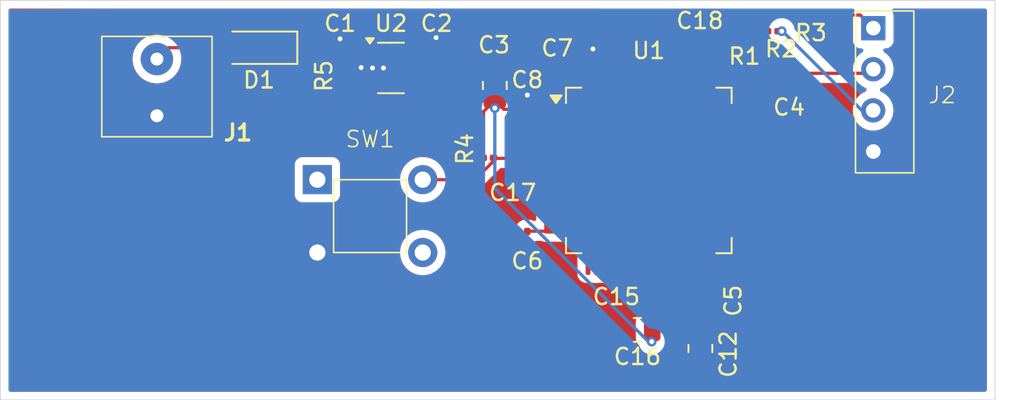
<source format=kicad_pcb>
(kicad_pcb (version 20241229) (generator "pcbnew") (generator_version "9.0")
  (layers (0 "F.Cu" signal) (2 "B.Cu" signal) (13 "F.Paste" user) (15 "B.Paste" user) (5 "F.SilkS" user "F.Silkscreen") (7 "B.SilkS" user "B.Silkscreen") (1 "F.Mask" user) (3 "B.Mask" user) (25 "Edge.Cuts" user))
  (net 0 "")
  (net 1 "Net-(D1-K)")
  (net 2 "GND")
  (net 3 "3.3V")
  (net 4 "3.3VA")
  (net 5 "RESET")
  (net 6 "Net-(U1-PA14)")
  (net 7 "Net-(D1-A)")
  (net 8 "Net-(J2-Pad2)")
  (net 9 "Net-(J2-Pad1)")
  (net 10 "Net-(J2-Pad3)")
  (net 11 "Net-(U1-PA13)")
  (net 12 "Net-(U2-EN)")
  (footprint "Resistor_SMD:R_0201_0603Metric" (layer "F.Cu") (at 65.35 53.75 90)
    (property "Reference" "C1" (at 1.5 0 0) (layer "F.SilkS"))
    (property "Value" "0.33uF" (hide yes))
    (pad "1" smd roundrect (at -0.32 0 90) (size 0.46 0.4) (layers "F.Cu" "F.Mask") (net 1 "Net-(D1-K)"))
    (pad "2" smd roundrect (at 0.32 0 90) (size 0.46 0.4) (layers "F.Cu" "F.Mask") (net 2 "GND"))
  )
  (footprint "Resistor_SMD:R_0201_0603Metric" (layer "F.Cu") (at 71.3 53.68 90)
    (property "Reference" "C2" (at 1.43 0 180) (layer "F.SilkS"))
    (property "Value" "0.1uF")
    (pad "1" smd roundrect (at -0.32 0 90) (size 0.46 0.4) (layers "F.Cu" "F.Mask") (net 3 "3.3V"))
    (pad "2" smd roundrect (at 0.32 0 90) (size 0.46 0.4) (layers "F.Cu" "F.Mask") (net 2 "GND"))
  )
  (footprint "Resistor_SMD:R_0201_0603Metric" (layer "F.Cu") (at 76.895588 57.234412 90)
    (property "Reference" "C8" (at 1.5 0 0) (layer "F.SilkS"))
    (property "Value" "0.1uF" (hide yes))
    (pad "1" smd roundrect (at -0.32 0 90) (size 0.46 0.4) (layers "F.Cu" "F.Mask") (net 3 "3.3V"))
    (pad "2" smd roundrect (at 0.32 0 90) (size 0.46 0.4) (layers "F.Cu" "F.Mask") (net 2 "GND"))
  )
  (footprint "Resistor_SMD:R_0201_0603Metric" (layer "F.Cu") (at 84.595588 69.279412 180)
    (property "Reference" "C15" (at 2.2 0.15 0) (layer "F.SilkS"))
    (property "Value" "0.1uF")
    (pad "1" smd roundrect (at -0.32 0 180) (size 0.46 0.4) (layers "F.Cu" "F.Mask") (net 3 "3.3V"))
    (pad "2" smd roundrect (at 0.32 0 180) (size 0.46 0.4) (layers "F.Cu" "F.Mask") (net 2 "GND"))
  )
  (footprint "Resistor_SMD:R_0201_0603Metric" (layer "F.Cu") (at 90.295588 55.329412)
    (property "Reference" "R1" (at 0 -1.05 0) (layer "F.SilkS"))
    (property "Value" "100")
    (pad "1" smd roundrect (at -0.32 0) (size 0.46 0.4) (layers "F.Cu" "F.Mask") (net 11 "Net-(U1-PA13)"))
    (pad "2" smd roundrect (at 0.32 0) (size 0.46 0.4) (layers "F.Cu" "F.Mask") (net 8 "Net-(J2-Pad2)"))
  )
  (footprint "Resistor_SMD:R_0805_2012Metric" (layer "F.Cu") (at 87.575588 72.329412 -90)
    (property "Reference" "C12" (at 0.35 -1.72 270) (layer "F.SilkS"))
    (property "Value" "1uF")
    (fp_line (start -0.227064 0.735) (end 0.227064 0.735) (stroke (width 0.12)) (layer "F.SilkS"))
    (fp_line (start -0.227064 -0.735) (end 0.227064 -0.735) (stroke (width 0.12)) (layer "F.SilkS"))
    (pad "1" smd roundrect (at -0.9125 0 270) (size 1.025 1.4) (layers "F.Cu" "F.Mask" "F.Paste") (roundrect_rratio 0.243902) (net 4 "3.3VA"))
    (pad "2" smd roundrect (at 0.9125 0 270) (size 1.025 1.4) (layers "F.Cu" "F.Mask" "F.Paste") (roundrect_rratio 0.243902) (net 2 "GND"))
  )
  (footprint "Package_TO_SOT_SMD:SOT-23-5" (layer "F.Cu") (at 68.4875 55)
    (property "Reference" "U2" (at 0 -2.75 0) (layer "F.SilkS"))
    (property "Value" "~")
    (fp_line (start 0 -1.56) (end -0.8 -1.56) (stroke (width 0.12)) (layer "F.SilkS"))
    (fp_line (start 0 -1.56) (end 0.8 -1.56) (stroke (width 0.12)) (layer "F.SilkS"))
    (fp_line (start 0 1.56) (end -0.8 1.56) (stroke (width 0.12)) (layer "F.SilkS"))
    (fp_line (start 0 1.56) (end 0.8 1.56) (stroke (width 0.12)) (layer "F.SilkS"))
    (fp_poly (pts (xy -1.3 -1.51) (xy -1.54 -1.84) (xy -1.06 -1.84) (xy -1.3 -1.51)) (stroke (width 0.12)) (fill yes) (layer "F.SilkS"))
    (pad "1" smd roundrect (at -1.1375 -0.95) (size 1.325 0.6) (layers "F.Cu" "F.Mask" "F.Paste") (net 1 "Net-(D1-K)"))
    (pad "2" smd roundrect (at -1.1375 0) (size 1.325 0.6) (layers "F.Cu" "F.Mask" "F.Paste") (net 2 "GND"))
    (pad "3" smd roundrect (at -1.1375 0.95) (size 1.325 0.6) (layers "F.Cu" "F.Mask" "F.Paste") (net 12 "Net-(U2-EN)"))
    (pad "4" smd roundrect (at 1.1375 0.95) (size 1.325 0.6) (layers "F.Cu" "F.Mask" "F.Paste"))
    (pad "5" smd roundrect (at 1.1375 -0.95) (size 1.325 0.6) (layers "F.Cu" "F.Mask" "F.Paste") (net 3 "3.3V"))
  )
  (footprint "Resistor_SMD:R_0201_0603Metric" (layer "F.Cu") (at 87.575588 69.379412 90)
    (property "Reference" "FB1" (hide yes))
    (property "Value" "600Ом 100Мгц" (hide yes))
    (pad "1" smd roundrect (at -0.32 0 90) (size 0.46 0.4) (layers "F.Cu" "F.Mask") (net 4 "3.3VA"))
    (pad "2" smd roundrect (at 0.32 0 90) (size 0.46 0.4) (layers "F.Cu" "F.Mask") (net 3 "3.3V"))
  )
  (footprint "Resistor_SMD:R_0201_0603Metric" (layer "F.Cu") (at 88.495588 69.379412 -90)
    (property "Reference" "C5" (at 0 -1.1 270) (layer "F.SilkS"))
    (property "Value" "0.1uF" (hide yes))
    (pad "1" smd roundrect (at -0.32 0 270) (size 0.46 0.4) (layers "F.Cu" "F.Mask") (net 3 "3.3V"))
    (pad "2" smd roundrect (at 0.32 0 270) (size 0.46 0.4) (layers "F.Cu" "F.Mask") (net 2 "GND"))
  )
  (footprint "Resistor_SMD:R_0201_0603Metric" (layer "F.Cu") (at 91.645588 57.329412 90)
    (property "Reference" "C4" (at -0.1 1.4 180) (layer "F.SilkS"))
    (property "Value" "0.1uF" (hide yes))
    (pad "1" smd roundrect (at -0.32 0 90) (size 0.46 0.4) (layers "F.Cu" "F.Mask") (net 3 "3.3V"))
    (pad "2" smd roundrect (at 0.32 0 90) (size 0.46 0.4) (layers "F.Cu" "F.Mask") (net 2 "GND"))
  )
  (footprint "Resistor_SMD:R_0805_2012Metric" (layer "F.Cu") (at 74.895588 56.079412 90)
    (property "Reference" "C3" (at 2.5 -0.05 180) (layer "F.SilkS"))
    (property "Value" "4.7uF" (hide yes))
    (fp_line (start -0.227064 -0.735) (end 0.227064 -0.735) (stroke (width 0.12)) (layer "F.SilkS"))
    (fp_line (start -0.227064 0.735) (end 0.227064 0.735) (stroke (width 0.12)) (layer "F.SilkS"))
    (pad "1" smd roundrect (at -0.9125 0 90) (size 1.025 1.4) (layers "F.Cu" "F.Mask" "F.Paste") (roundrect_rratio 0.243902) (net 3 "3.3V"))
    (pad "2" smd roundrect (at 0.9125 0 90) (size 1.025 1.4) (layers "F.Cu" "F.Mask" "F.Paste") (roundrect_rratio 0.243902) (net 2 "GND"))
  )
  (footprint "Resistor_SMD:R_0201_0603Metric" (layer "F.Cu") (at 65.35 55.5 -90)
    (property "Reference" "R5" (at 0 1 90) (layer "F.SilkS"))
    (property "Value" "10k")
    (pad "1" smd roundrect (at -0.32 0 270) (size 0.46 0.4) (layers "F.Cu" "F.Mask") (net 1 "Net-(D1-K)"))
    (pad "2" smd roundrect (at 0.32 0 270) (size 0.46 0.4) (layers "F.Cu" "F.Mask") (net 12 "Net-(U2-EN)"))
  )
  (footprint "My_lib2:0650HIM-130G-G" (layer "F.Cu") (at 67.2 64.15)
    (property "Reference" "SW1" (at 0 -4.75 0) (layer "F.SilkS") (effects (font (thickness 0.1))))
    (property "Value" "SW_Push" (hide yes))
    (fp_rect (start -2.25 -2.25) (end 2.25 2.25) (stroke (width 0.1)) (fill no) (layer "F.SilkS"))
    (pad "1" thru_hole rect (at -3.25 -2.25) (size 1.8 1.8) (drill 1) (layers "*.Cu" "*.Mask"))
    (pad "2" thru_hole circle (at 3.25 -2.25) (size 1.8 1.8) (drill 1) (layers "*.Cu" "*.Mask") (net 5 "RESET"))
    (pad "3" thru_hole circle (at -3.25 2.25) (size 1.8 1.8) (drill 1) (layers "*.Cu" "*.Mask") (net 2 "GND"))
    (pad "4" thru_hole circle (at 3.25 2.25) (size 1.8 1.8) (drill 1) (layers "*.Cu" "*.Mask"))
  )
  (footprint "Resistor_SMD:R_0805_2012Metric" (layer "F.Cu") (at 83.695588 71.179412 180)
    (property "Reference" "C16" (at 0 -1.65 0) (layer "F.SilkS"))
    (property "Value" "1uF")
    (fp_line (start -0.227064 0.735) (end 0.227064 0.735) (stroke (width 0.12)) (layer "F.SilkS"))
    (fp_line (start -0.227064 -0.735) (end 0.227064 -0.735) (stroke (width 0.12)) (layer "F.SilkS"))
    (pad "1" smd roundrect (at -0.9125 0 180) (size 1.025 1.4) (layers "F.Cu" "F.Mask" "F.Paste") (roundrect_rratio 0.243902) (net 3 "3.3V"))
    (pad "2" smd roundrect (at 0.9125 0 180) (size 1.025 1.4) (layers "F.Cu" "F.Mask" "F.Paste") (roundrect_rratio 0.243902) (net 2 "GND"))
  )
  (footprint "Resistor_SMD:R_0201_0603Metric" (layer "F.Cu") (at 74.5 60.55 180)
    (property "Reference" "R4" (at 1.45 0.55 90) (layer "F.SilkS"))
    (property "Value" "10k" (hide yes))
    (pad "1" smd roundrect (at -0.32 0 180) (size 0.46 0.4) (layers "F.Cu" "F.Mask") (net 5 "RESET"))
    (pad "2" smd roundrect (at 0.32 0 180) (size 0.46 0.4) (layers "F.Cu" "F.Mask") (net 3 "3.3V"))
  )
  (footprint "Resistor_SMD:R_0201_0603Metric" (layer "F.Cu") (at 92.045588 52.729412)
    (property "Reference" "R2" (at 0.5 1.1 0) (layer "F.SilkS"))
    (property "Value" "100" (hide yes))
    (pad "1" smd roundrect (at -0.32 0) (size 0.46 0.4) (layers "F.Cu" "F.Mask") (net 6 "Net-(U1-PA14)"))
    (pad "2" smd roundrect (at 0.32 0) (size 0.46 0.4) (layers "F.Cu" "F.Mask") (net 10 "Net-(J2-Pad3)"))
  )
  (footprint "Resistor_SMD:R_0201_0603Metric" (layer "F.Cu") (at 87.645588 53.429412 90)
    (property "Reference" "C18" (at 1.35 -0.1 180) (layer "F.SilkS"))
    (property "Value" "47pF" (hide yes))
    (pad "1" smd roundrect (at -0.32 0 90) (size 0.46 0.4) (layers "F.Cu" "F.Mask") (net 6 "Net-(U1-PA14)"))
    (pad "2" smd roundrect (at 0.32 0 90) (size 0.46 0.4) (layers "F.Cu" "F.Mask") (net 2 "GND"))
  )
  (footprint "My_lib2:J - W04M" (layer "F.Cu") (at 100.745588 56.479412 -90)
    (property "Reference" "J2" (at 0.2 -1.75 0) (layer "F.SilkS") (effects (font (thickness 0.1))))
    (property "Value" "~" (hide yes))
    (fp_rect (start -5 0) (end 5 3.6) (stroke (width 0.1)) (fill no) (layer "F.SilkS"))
    (pad "1" thru_hole rect (at -3.94 2.5 270) (size 1.5 1.5) (drill 0.9) (layers "*.Cu" "*.Mask") (net 9 "Net-(J2-Pad1)"))
    (pad "2" thru_hole circle (at -1.4 2.5 270) (size 1.5 1.5) (drill 0.9) (layers "*.Cu" "*.Mask") (net 8 "Net-(J2-Pad2)"))
    (pad "3" thru_hole circle (at 1.14 2.511693 270) (size 1.5 1.5) (drill 0.9) (layers "*.Cu" "*.Mask") (net 10 "Net-(J2-Pad3)"))
    (pad "4" thru_hole circle (at 3.68 2.5 270) (size 1.5 1.5) (drill 0.9) (layers "*.Cu" "*.Mask") (net 2 "GND"))
  )
  (footprint "Resistor_SMD:R_0201_0603Metric" (layer "F.Cu") (at 80.395588 53.829412)
    (property "Reference" "C7" (at -1.65 -0.05 0) (layer "F.SilkS"))
    (property "Value" "0.1uF" (hide yes))
    (pad "1" smd roundrect (at -0.32 0) (size 0.46 0.4) (layers "F.Cu" "F.Mask") (net 3 "3.3V"))
    (pad "2" smd roundrect (at 0.32 0) (size 0.46 0.4) (layers "F.Cu" "F.Mask") (net 2 "GND"))
  )
  (footprint "Resistor_SMD:R_0201_0603Metric" (layer "F.Cu") (at 76.6 60.9 -90)
    (property "Reference" "C17" (at 1.8 0.6 0) (layer "F.SilkS"))
    (property "Value" "0.1uF" (hide yes))
    (pad "1" smd roundrect (at -0.32 0 270) (size 0.46 0.4) (layers "F.Cu" "F.Mask") (net 5 "RESET"))
    (pad "2" smd roundrect (at 0.32 0 270) (size 0.46 0.4) (layers "F.Cu" "F.Mask") (net 2 "GND"))
  )
  (footprint "Resistor_SMD:R_0201_0603Metric" (layer "F.Cu") (at 76.895588 65.424412 -90)
    (property "Reference" "C6" (at 1.5 0 180) (layer "F.SilkS"))
    (property "Value" "0.1uF" (hide yes))
    (pad "1" smd roundrect (at -0.32 0 270) (size 0.46 0.4) (layers "F.Cu" "F.Mask") (net 3 "3.3V"))
    (pad "2" smd roundrect (at 0.32 0 270) (size 0.46 0.4) (layers "F.Cu" "F.Mask") (net 2 "GND"))
  )
  (footprint "Package_QFP:LQFP-64_10x10mm_P0.5mm" (layer "F.Cu") (at 84.395588 61.329412)
    (property "Reference" "U1" (at 0 -7.4 0) (layer "F.SilkS"))
    (property "Value" "STM32G473RETx" (hide yes))
    (fp_line (start -5.11 -5.11) (end -5.11 -4.16) (stroke (width 0.12)) (layer "F.SilkS"))
    (fp_line (start -5.11 5.11) (end -5.11 4.16) (stroke (width 0.12)) (layer "F.SilkS"))
    (fp_line (start -4.16 -5.11) (end -5.11 -5.11) (stroke (width 0.12)) (layer "F.SilkS"))
    (fp_line (start -4.16 5.11) (end -5.11 5.11) (stroke (width 0.12)) (layer "F.SilkS"))
    (fp_line (start 4.16 -5.11) (end 5.11 -5.11) (stroke (width 0.12)) (layer "F.SilkS"))
    (fp_line (start 4.16 5.11) (end 5.11 5.11) (stroke (width 0.12)) (layer "F.SilkS"))
    (fp_line (start 5.11 -5.11) (end 5.11 -4.16) (stroke (width 0.12)) (layer "F.SilkS"))
    (fp_line (start 5.11 5.11) (end 5.11 4.16) (stroke (width 0.12)) (layer "F.SilkS"))
    (fp_poly (pts (xy -5.725 -4.16) (xy -6.065 -4.63) (xy -5.385 -4.63) (xy -5.725 -4.16)) (stroke (width 0.12)) (fill yes) (layer "F.SilkS"))
    (pad "1" smd roundrect (at -5.675 -3.75) (size 1.55 0.3) (layers "F.Cu" "F.Mask" "F.Paste") (net 3 "3.3V"))
    (pad "2" smd roundrect (at -5.675 -3.25) (size 1.55 0.3) (layers "F.Cu" "F.Mask" "F.Paste"))
    (pad "3" smd roundrect (at -5.675 -2.75) (size 1.55 0.3) (layers "F.Cu" "F.Mask" "F.Paste"))
    (pad "4" smd roundrect (at -5.675 -2.25) (size 1.55 0.3) (layers "F.Cu" "F.Mask" "F.Paste"))
    (pad "5" smd roundrect (at -5.675 -1.75) (size 1.55 0.3) (layers "F.Cu" "F.Mask" "F.Paste"))
    (pad "6" smd roundrect (at -5.675 -1.25) (size 1.55 0.3) (layers "F.Cu" "F.Mask" "F.Paste"))
    (pad "7" smd roundrect (at -5.675 -0.75) (size 1.55 0.3) (layers "F.Cu" "F.Mask" "F.Paste") (net 5 "RESET"))
    (pad "8" smd roundrect (at -5.675 -0.25) (size 1.55 0.3) (layers "F.Cu" "F.Mask" "F.Paste"))
    (pad "9" smd roundrect (at -5.675 0.25) (size 1.55 0.3) (layers "F.Cu" "F.Mask" "F.Paste"))
    (pad "10" smd roundrect (at -5.675 0.75) (size 1.55 0.3) (layers "F.Cu" "F.Mask" "F.Paste"))
    (pad "11" smd roundrect (at -5.675 1.25) (size 1.55 0.3) (layers "F.Cu" "F.Mask" "F.Paste"))
    (pad "12" smd roundrect (at -5.675 1.75) (size 1.55 0.3) (layers "F.Cu" "F.Mask" "F.Paste"))
    (pad "13" smd roundrect (at -5.675 2.25) (size 1.55 0.3) (layers "F.Cu" "F.Mask" "F.Paste"))
    (pad "14" smd roundrect (at -5.675 2.75) (size 1.55 0.3) (layers "F.Cu" "F.Mask" "F.Paste"))
    (pad "15" smd roundrect (at -5.675 3.25) (size 1.55 0.3) (layers "F.Cu" "F.Mask" "F.Paste") (net 3 "3.3V"))
    (pad "16" smd roundrect (at -5.675 3.75) (size 1.55 0.3) (layers "F.Cu" "F.Mask" "F.Paste") (net 3 "3.3V"))
    (pad "17" smd roundrect (at -3.75 5.675) (size 0.3 1.55) (layers "F.Cu" "F.Mask" "F.Paste"))
    (pad "18" smd roundrect (at -3.25 5.675) (size 0.3 1.55) (layers "F.Cu" "F.Mask" "F.Paste"))
    (pad "19" smd roundrect (at -2.75 5.675) (size 0.3 1.55) (layers "F.Cu" "F.Mask" "F.Paste"))
    (pad "20" smd roundrect (at -2.25 5.675) (size 0.3 1.55) (layers "F.Cu" "F.Mask" "F.Paste"))
    (pad "21" smd roundrect (at -1.75 5.675) (size 0.3 1.55) (layers "F.Cu" "F.Mask" "F.Paste"))
    (pad "22" smd roundrect (at -1.25 5.675) (size 0.3 1.55) (layers "F.Cu" "F.Mask" "F.Paste"))
    (pad "23" smd roundrect (at -0.75 5.675) (size 0.3 1.55) (layers "F.Cu" "F.Mask" "F.Paste"))
    (pad "24" smd roundrect (at -0.25 5.675) (size 0.3 1.55) (layers "F.Cu" "F.Mask" "F.Paste"))
    (pad "25" smd roundrect (at 0.25 5.675) (size 0.3 1.55) (layers "F.Cu" "F.Mask" "F.Paste"))
    (pad "26" smd roundrect (at 0.75 5.675) (size 0.3 1.55) (layers "F.Cu" "F.Mask" "F.Paste"))
    (pad "27" smd roundrect (at 1.25 5.675) (size 0.3 1.55) (layers "F.Cu" "F.Mask" "F.Paste") (net 2 "GND"))
    (pad "28" smd roundrect (at 1.75 5.675) (size 0.3 1.55) (layers "F.Cu" "F.Mask" "F.Paste") (net 3 "3.3V"))
    (pad "29" smd roundrect (at 2.25 5.675) (size 0.3 1.55) (layers "F.Cu" "F.Mask" "F.Paste") (net 4 "3.3VA"))
    (pad "30" smd roundrect (at 2.75 5.675) (size 0.3 1.55) (layers "F.Cu" "F.Mask" "F.Paste"))
    (pad "31" smd roundrect (at 3.25 5.675) (size 0.3 1.55) (layers "F.Cu" "F.Mask" "F.Paste") (net 3 "3.3V"))
    (pad "32" smd roundrect (at 3.75 5.675) (size 0.3 1.55) (layers "F.Cu" "F.Mask" "F.Paste") (net 3 "3.3V"))
    (pad "33" smd roundrect (at 5.675 3.75) (size 1.55 0.3) (layers "F.Cu" "F.Mask" "F.Paste"))
    (pad "34" smd roundrect (at 5.675 3.25) (size 1.55 0.3) (layers "F.Cu" "F.Mask" "F.Paste"))
    (pad "35" smd roundrect (at 5.675 2.75) (size 1.55 0.3) (layers "F.Cu" "F.Mask" "F.Paste"))
    (pad "36" smd roundrect (at 5.675 2.25) (size 1.55 0.3) (layers "F.Cu" "F.Mask" "F.Paste"))
    (pad "37" smd roundrect (at 5.675 1.75) (size 1.55 0.3) (layers "F.Cu" "F.Mask" "F.Paste"))
    (pad "38" smd roundrect (at 5.675 1.25) (size 1.55 0.3) (layers "F.Cu" "F.Mask" "F.Paste"))
    (pad "39" smd roundrect (at 5.675 0.75) (size 1.55 0.3) (layers "F.Cu" "F.Mask" "F.Paste"))
    (pad "40" smd roundrect (at 5.675 0.25) (size 1.55 0.3) (layers "F.Cu" "F.Mask" "F.Paste"))
    (pad "41" smd roundrect (at 5.675 -0.25) (size 1.55 0.3) (layers "F.Cu" "F.Mask" "F.Paste"))
    (pad "42" smd roundrect (at 5.675 -0.75) (size 1.55 0.3) (layers "F.Cu" "F.Mask" "F.Paste"))
    (pad "43" smd roundrect (at 5.675 -1.25) (size 1.55 0.3) (layers "F.Cu" "F.Mask" "F.Paste"))
    (pad "44" smd roundrect (at 5.675 -1.75) (size 1.55 0.3) (layers "F.Cu" "F.Mask" "F.Paste"))
    (pad "45" smd roundrect (at 5.675 -2.25) (size 1.55 0.3) (layers "F.Cu" "F.Mask" "F.Paste"))
    (pad "46" smd roundrect (at 5.675 -2.75) (size 1.55 0.3) (layers "F.Cu" "F.Mask" "F.Paste"))
    (pad "47" smd roundrect (at 5.675 -3.25) (size 1.55 0.3) (layers "F.Cu" "F.Mask" "F.Paste") (net 3 "3.3V"))
    (pad "48" smd roundrect (at 5.675 -3.75) (size 1.55 0.3) (layers "F.Cu" "F.Mask" "F.Paste") (net 3 "3.3V"))
    (pad "49" smd roundrect (at 3.75 -5.675) (size 0.3 1.55) (layers "F.Cu" "F.Mask" "F.Paste") (net 11 "Net-(U1-PA13)"))
    (pad "50" smd roundrect (at 3.25 -5.675) (size 0.3 1.55) (layers "F.Cu" "F.Mask" "F.Paste") (net 6 "Net-(U1-PA14)"))
    (pad "51" smd roundrect (at 2.75 -5.675) (size 0.3 1.55) (layers "F.Cu" "F.Mask" "F.Paste"))
    (pad "52" smd roundrect (at 2.25 -5.675) (size 0.3 1.55) (layers "F.Cu" "F.Mask" "F.Paste"))
    (pad "53" smd roundrect (at 1.75 -5.675) (size 0.3 1.55) (layers "F.Cu" "F.Mask" "F.Paste"))
    (pad "54" smd roundrect (at 1.25 -5.675) (size 0.3 1.55) (layers "F.Cu" "F.Mask" "F.Paste"))
    (pad "55" smd roundrect (at 0.75 -5.675) (size 0.3 1.55) (layers "F.Cu" "F.Mask" "F.Paste"))
    (pad "56" smd roundrect (at 0.25 -5.675) (size 0.3 1.55) (layers "F.Cu" "F.Mask" "F.Paste"))
    (pad "57" smd roundrect (at -0.25 -5.675) (size 0.3 1.55) (layers "F.Cu" "F.Mask" "F.Paste"))
    (pad "58" smd roundrect (at -0.75 -5.675) (size 0.3 1.55) (layers "F.Cu" "F.Mask" "F.Paste"))
    (pad "59" smd roundrect (at -1.25 -5.675) (size 0.3 1.55) (layers "F.Cu" "F.Mask" "F.Paste"))
    (pad "60" smd roundrect (at -1.75 -5.675) (size 0.3 1.55) (layers "F.Cu" "F.Mask" "F.Paste"))
    (pad "61" smd roundrect (at -2.25 -5.675) (size 0.3 1.55) (layers "F.Cu" "F.Mask" "F.Paste"))
    (pad "62" smd roundrect (at -2.75 -5.675) (size 0.3 1.55) (layers "F.Cu" "F.Mask" "F.Paste"))
    (pad "63" smd roundrect (at -3.25 -5.675) (size 0.3 1.55) (layers "F.Cu" "F.Mask" "F.Paste") (net 3 "3.3V"))
    (pad "64" smd roundrect (at -3.75 -5.675) (size 0.3 1.55) (layers "F.Cu" "F.Mask" "F.Paste") (net 3 "3.3V"))
  )
  (footprint "My_lib2:TB-09A" (layer "F.Cu") (at 54.05 56.25 90)
    (property "Reference" "J1" (at -2.75 5 0) (layer "F.SilkS") (effects (font (thickness 0.2) (bold yes))))
    (property "Value" "~")
    (fp_rect (start -3 -3.4) (end 3.2 3.4) (stroke (width 0.1)) (fill no) (layer "F.SilkS"))
    (pad "1" thru_hole circle (at -1.7 0 90) (size 2 2) (drill 0.8) (layers "*.Cu" "*.Mask") (net 2 "GND"))
    (pad "2" thru_hole circle (at 1.8 0 90) (size 2 2) (drill 0.8) (layers "*.Cu" "*.Mask") (net 7 "Net-(D1-A)"))
  )
  (footprint "Resistor_SMD:R_0201_0603Metric" (layer "F.Cu") (at 86.325588 69.279412 180)
    (property "Reference" "C11" (hide yes))
    (property "Value" "0.1uF" (hide yes))
    (pad "1" smd roundrect (at -0.32 0 180) (size 0.46 0.4) (layers "F.Cu" "F.Mask") (net 4 "3.3VA"))
    (pad "2" smd roundrect (at 0.32 0 180) (size 0.46 0.4) (layers "F.Cu" "F.Mask") (net 2 "GND"))
  )
  (footprint "Resistor_SMD:R_0201_0603Metric" (layer "F.Cu") (at 93.845588 51.729412 180)
    (property "Reference" "R3" (at -0.55 -1.1 0) (layer "F.SilkS"))
    (property "Value" "1k" (hide yes))
    (pad "1" smd roundrect (at -0.32 0 180) (size 0.46 0.4) (layers "F.Cu" "F.Mask") (net 9 "Net-(J2-Pad1)"))
    (pad "2" smd roundrect (at 0.32 0 180) (size 0.46 0.4) (layers "F.Cu" "F.Mask") (net 3 "3.3V"))
  )
  (footprint "Diode_SMD:D_SOD-123" (layer "F.Cu") (at 60.35 53.75 180)
    (property "Reference" "D1" (at 0 -2 0) (layer "F.SilkS"))
    (property "Value" "~")
    (fp_line (start -2.36 1) (end 1.65 1) (stroke (width 0.12)) (layer "F.SilkS"))
    (fp_line (start -2.36 -1) (end 1.65 -1) (stroke (width 0.12)) (layer "F.SilkS"))
    (fp_line (start -2.36 -1) (end -2.36 1) (stroke (width 0.12)) (layer "F.SilkS"))
    (pad "1" smd roundrect (at -1.65 0 180) (size 0.9 1.2) (layers "F.Cu" "F.Mask" "F.Paste") (net 1 "Net-(D1-K)"))
    (pad "2" smd roundrect (at 1.65 0 180) (size 0.9 1.2) (layers "F.Cu" "F.Mask" "F.Paste") (net 7 "Net-(D1-A)"))
  )
  (gr_poly (pts (xy 80.645588 54.979412) (xy 81.145588 54.979412) (xy 81.145588 56.329412) (xy 80.645588 56.329412)) (stroke (width 0.2)) (fill yes) (layer "F.Cu") (net 3))
  (gr_poly (pts (xy 74.35 55.525) (xy 75.425 55.525) (xy 75.425 54.175) (xy 74.35 54.2)) (stroke (width 0.2)) (fill yes) (layer "F.Cu") (net 2))
  (gr_poly (pts (xy 83.799473 69.174996) (xy 84.405588 69.179412) (xy 84.401537 69.37562) (xy 83.799473 69.375542)) (stroke (width 0.2)) (fill yes) (layer "F.Cu") (net 2))
  (gr_poly (pts (xy 88.145588 66.329412) (xy 87.645588 66.329412) (xy 87.645588 67.679412) (xy 88.145588 67.679412)) (stroke (width 0.2)) (fill yes) (layer "F.Cu") (net 3))
  (gr_poly (pts (xy 78.045588 64.579412) (xy 78.045588 65.079412) (xy 79.395588 65.079412) (xy 79.395588 64.579412)) (stroke (width 0.2)) (fill yes) (layer "F.Cu") (net 3))
  (gr_poly (pts (xy 89.395588 57.579412) (xy 89.395588 58.079412) (xy 90.745588 58.079412) (xy 90.745588 57.579412)) (stroke (width 0.2)) (fill yes) (layer "F.Cu") (net 3))
  (gr_poly (pts (xy 85.9 69.25) (xy 86.1 69.25) (xy 86.1 71.05) (xy 85.9 71.05)) (stroke (width 0.2)) (fill yes) (layer "F.Cu") (net 2))
  (gr_rect (start 44.395588 50.829412) (end 105.75 75.5) (stroke (width 0.05)) (fill no) (layer "Edge.Cuts"))
  (segment (start 65.35 54.07) (end 65.35 55.18) (width 0.2) (layer "F.Cu") (net 1))
  (segment (start 65.35 54.07) (end 62.32 54.07) (width 0.2) (layer "F.Cu") (net 1))
  (segment (start 67.33 54.07) (end 67.35 54.05) (width 0.2) (layer "F.Cu") (net 1))
  (segment (start 62.32 54.07) (end 62 53.75) (width 0.2) (layer "F.Cu") (net 1))
  (segment (start 65.35 54.07) (end 67.33 54.07) (width 0.2) (layer "F.Cu") (net 1))
  (segment (start 85.645588 65.745588) (end 85.275 65.375) (width 0.2) (layer "F.Cu") (net 2))
  (segment (start 85.645588 67.004412) (end 85.645588 65.745588) (width 0.2) (layer "F.Cu") (net 2))
  (via (at 65.35 53.2) (size 0.6) (drill 0.3) (layers "F.Cu" "B.Cu") (net 2))
  (via (at 76.9 56.675) (size 0.6) (drill 0.3) (layers "F.Cu" "B.Cu") (net 2))
  (via (at 68.025 55) (size 0.6) (drill 0.3) (layers "F.Cu" "B.Cu") (net 2))
  (via (at 71.275 53.125) (size 0.6) (drill 0.3) (layers "F.Cu" "B.Cu") (net 2))
  (via (at 67.35 55) (size 0.6) (drill 0.3) (layers "F.Cu" "B.Cu") (net 2))
  (via (at 80.95 53.825) (size 0.6) (drill 0.3) (layers "F.Cu" "B.Cu") (net 2))
  (via (at 66.65 54.975) (size 0.6) (drill 0.3) (layers "F.Cu" "B.Cu") (net 2))
  (segment (start 84.7125 62.7625) (end 79.529412 57.579412) (width 0.2) (layer "F.Cu") (net 3))
  (segment (start 75.458088 57.554412) (end 76.895588 57.554412) (width 0.2) (layer "F.Cu") (net 3))
  (segment (start 79.529412 57.579412) (end 78.720588 57.579412) (width 0.2) (layer "F.Cu") (net 3))
  (segment (start 71.35 54) (end 71.3 54) (width 0.2) (layer "F.Cu") (net 3))
  (segment (start 78.058088 53.829412) (end 80.075588 53.829412) (width 0.2) (layer "F.Cu") (net 3))
  (segment (start 90.070588 57.829412) (end 89.511764 57.829412) (width 0.2) (layer "F.Cu") (net 3))
  (segment (start 79.279412 64.829412) (end 78.720588 64.829412) (width 0.2) (layer "F.Cu") (net 3))
  (segment (start 84.915588 69.279412) (end 84.945588 69.279412) (width 0.2) (layer "F.Cu") (net 3))
  (segment (start 88.145588 67.004412) (end 87.895588 67.004412) (width 0.2) (layer "F.Cu") (net 3))
  (segment (start 93.475588 51.679412) (end 82.065718 51.679412) (width 0.2) (layer "F.Cu") (net 3))
  (segment (start 90.070588 58.079412) (end 90.070588 57.829412) (width 0.2) (layer "F.Cu") (net 3))
  (segment (start 87.575588 69.059412) (end 88.495588 69.059412) (width 0.2) (layer "F.Cu") (net 3))
  (segment (start 90.250588 57.649412) (end 90.070588 57.829412) (width 0.2) (layer "F.Cu") (net 3))
  (segment (start 78.720588 64.829412) (end 78.720588 64.579412) (width 0.2) (layer "F.Cu") (net 3))
  (segment (start 81.145588 55.059282) (end 81.145588 55.654412) (width 0.2) (layer "F.Cu") (net 3))
  (segment (start 81.194588 56.203412) (end 81.194588 59.244588) (width 0.2) (layer "F.Cu") (net 3))
  (segment (start 74.895588 56.991912) (end 74.341912 56.991912) (width 0.2) (layer "F.Cu") (net 3))
  (segment (start 71.3 54) (end 69.675 54) (width 0.2) (layer "F.Cu") (net 3))
  (segment (start 84.7125 62.628676) (end 84.7125 62.7625) (width 0.2) (layer "F.Cu") (net 3))
  (segment (start 82.065718 51.679412) (end 80.075588 53.669542) (width 0.2) (layer "F.Cu") (net 3))
  (segment (start 87.895588 67.004412) (end 87.895588 65.945588) (width 0.2) (layer "F.Cu") (net 3))
  (segment (start 76.895588 57.554412) (end 78.695588 57.554412) (width 0.2) (layer "F.Cu") (net 3))
  (segment (start 74.895588 56.991912) (end 78.058088 53.829412) (width 0.2) (layer "F.Cu") (net 3))
  (segment (start 69.675 54) (end 69.625 54.05) (width 0.2) (layer "F.Cu") (net 3))
  (segment (start 84.919088 70.868412) (end 84.919088 69.388412) (width 0.2) (layer "F.Cu") (net 3))
  (segment (start 84.608088 71.179412) (end 84.919088 70.868412) (width 0.2) (layer "F.Cu") (net 3))
  (segment (start 87.920588 67.004412) (end 88.145588 67.004412) (width 0.2) (layer "F.Cu") (net 3))
  (segment (start 74.341912 56.991912) (end 71.35 54) (width 0.2) (layer "F.Cu") (net 3))
  (segment (start 87.895588 65.945588) (end 84.7125 62.7625) (width 0.2) (layer "F.Cu") (net 3))
  (segment (start 80.075588 53.989282) (end 81.145588 55.059282) (width 0.2) (layer "F.Cu") (net 3))
  (segment (start 76.895588 65.009412) (end 76.965588 65.079412) (width 0.2) (layer "F.Cu") (net 3))
  (segment (start 89.511764 57.829412) (end 84.7125 62.628676) (width 0.2) (layer "F.Cu") (net 3))
  (segment (start 80.075588 53.829412) (end 80.075588 53.989282) (width 0.2) (layer "F.Cu") (net 3))
  (segment (start 88.145588 67.254412) (end 88.145588 67.004412) (width 0.2) (layer "F.Cu") (net 3))
  (segment (start 88.495588 67.604412) (end 88.145588 67.254412) (width 0.2) (layer "F.Cu") (net 3))
  (segment (start 84.945588 69.279412) (end 86.145588 68.079412) (width 0.2) (layer "F.Cu") (net 3))
  (segment (start 74.2 57.6875) (end 74.895588 56.991912) (width 0.2) (layer "F.Cu") (net 3))
  (segment (start 91.645588 57.649412) (end 90.250588 57.649412) (width 0.2) (layer "F.Cu") (net 3))
  (segment (start 81.194588 59.244588) (end 83.029412 61.079412) (width 0.2) (layer "F.Cu") (net 3))
  (segment (start 74.895588 56.991912) (end 75.458088 57.554412) (width 0.2) (layer "F.Cu") (net 3))
  (segment (start 80.075588 53.669542) (end 80.075588 53.829412) (width 0.2) (layer "F.Cu") (net 3))
  (segment (start 93.525588 51.729412) (end 93.475588 51.679412) (width 0.2) (layer "F.Cu") (net 3))
  (segment (start 87.645588 67.004412) (end 88.145588 67.004412) (width 0.2) (layer "F.Cu") (net 3))
  (segment (start 81.145588 55.654412) (end 80.645588 55.654412) (width 0.2) (layer "F.Cu") (net 3))
  (segment (start 83.029412 61.079412) (end 79.279412 64.829412) (width 0.2) (layer "F.Cu") (net 3))
  (segment (start 84.806588 69.388412) (end 84.915588 69.279412) (width 0.2) (layer "F.Cu") (net 3))
  (segment (start 76.965588 65.079412) (end 78.720588 65.079412) (width 0.2) (layer "F.Cu") (net 3))
  (segment (start 78.695588 57.554412) (end 78.720588 57.579412) (width 0.2) (layer "F.Cu") (net 3))
  (segment (start 87.895588 67.029412) (end 87.920588 67.004412) (width 0.2) (layer "F.Cu") (net 3))
  (segment (start 86.145588 68.079412) (end 86.145588 67.004412) (width 0.2) (layer "F.Cu") (net 3))
  (segment (start 88.495588 69.059412) (end 88.495588 67.604412) (width 0.2) (layer "F.Cu") (net 3))
  (segment (start 74.2 60.6) (end 74.2 57.6875) (width 0.2) (layer "F.Cu") (net 3))
  (via (at 84.572452 71.902548) (size 0.6) (drill 0.3) (layers "F.Cu" "B.Cu") (net 3))
  (via (at 74.895588 57.479412) (size 0.6) (drill 0.3) (layers "F.Cu" "B.Cu") (net 3))
  (segment (start 74.895588 62.429412) (end 74.895588 57.479412) (width 0.2) (layer "B.Cu") (net 3))
  (segment (start 84.572452 71.902548) (end 84.368724 71.902548) (width 0.2) (layer "B.Cu") (net 3))
  (segment (start 84.368724 71.902548) (end 74.895588 62.429412) (width 0.2) (layer "B.Cu") (net 3))
  (segment (start 86.645588 70.486912) (end 86.645588 69.279412) (width 0.2) (layer "F.Cu") (net 4))
  (segment (start 87.313088 71.154412) (end 86.645588 70.486912) (width 0.2) (layer "F.Cu") (net 4))
  (segment (start 87.575588 71.154412) (end 87.313088 71.154412) (width 0.2) (layer "F.Cu") (net 4))
  (segment (start 87.575588 69.699412) (end 87.575588 71.154412) (width 0.2) (layer "F.Cu") (net 4))
  (segment (start 86.645588 69.279412) (end 86.645588 67.004412) (width 0.2) (layer "F.Cu") (net 4))
  (segment (start 74.82 60.55) (end 74.82 60.749999) (width 0.2) (layer "F.Cu") (net 5))
  (segment (start 76.6 60.58) (end 74.85 60.58) (width 0.2) (layer "F.Cu") (net 5))
  (segment (start 74.85 60.58) (end 74.82 60.55) (width 0.2) (layer "F.Cu") (net 5))
  (segment (start 78.72 60.58) (end 78.720588 60.579412) (width 0.2) (layer "F.Cu") (net 5))
  (segment (start 74.82 60.749999) (end 73.669999 61.9) (width 0.2) (layer "F.Cu") (net 5))
  (segment (start 73.669999 61.9) (end 70.45 61.9) (width 0.2) (layer "F.Cu") (net 5))
  (segment (start 76.6 60.58) (end 78.72 60.58) (width 0.2) (layer "F.Cu") (net 5))
  (segment (start 91.725588 52.729412) (end 88.825458 52.729412) (width 0.2) (layer "F.Cu") (net 6))
  (segment (start 87.754588 53.640412) (end 87.645588 53.749412) (width 0.2) (layer "F.Cu") (net 6))
  (segment (start 87.805458 53.749412) (end 87.645588 53.749412) (width 0.2) (layer "F.Cu") (net 6))
  (segment (start 87.645588 53.749412) (end 87.645588 55.654412) (width 0.2) (layer "F.Cu") (net 6))
  (segment (start 88.825458 52.729412) (end 87.805458 53.749412) (width 0.2) (layer "F.Cu") (net 6))
  (segment (start 54.05 54.45) (end 54.75 53.75) (width 0.2) (layer "F.Cu") (net 7))
  (segment (start 54.75 53.75) (end 58.7 53.75) (width 0.2) (layer "F.Cu") (net 7))
  (segment (start 97.995588 55.329412) (end 98.245588 55.079412) (width 0.2) (layer "F.Cu") (net 8))
  (segment (start 90.615588 55.329412) (end 97.995588 55.329412) (width 0.2) (layer "F.Cu") (net 8))
  (segment (start 97.435588 51.729412) (end 94.165588 51.729412) (width 0.2) (layer "F.Cu") (net 9))
  (segment (start 98.245588 52.539412) (end 97.435588 51.729412) (width 0.2) (layer "F.Cu") (net 9))
  (via (at 92.595588 52.729412) (size 0.6) (drill 0.3) (layers "F.Cu" "B.Cu") (net 10))
  (segment (start 92.645588 52.729412) (end 97.535588 57.619412) (width 0.2) (layer "B.Cu") (net 10))
  (segment (start 92.595588 52.729412) (end 92.645588 52.729412) (width 0.2) (layer "B.Cu") (net 10))
  (segment (start 97.535588 57.619412) (end 98.233895 57.619412) (width 0.2) (layer "B.Cu") (net 10))
  (segment (start 88.145588 55.329412) (end 88.145588 55.654412) (width 0.2) (layer "F.Cu") (net 11))
  (segment (start 89.975588 55.329412) (end 88.145588 55.329412) (width 0.2) (layer "F.Cu") (net 11))
  (segment (start 65.35 55.82) (end 67.22 55.82) (width 0.2) (layer "F.Cu") (net 12))
  (zone (net 2) (net_name "GND") (layer "F.Cu") (name "3.3V") (connect_pads yes (clearance 0.5)) (min_thickness 0.25) (fill yes (thermal_gap 0.5) (thermal_bridge_width 0.5))
    (polygon (pts (xy 44.6 50.95) (xy 105.35 51) (xy 105.45 75.2) (xy 44.65 75.25)))
  )
  (zone (net 2) (net_name "GND") (layer "B.Cu") (name "3.3V") (priority 1) (connect_pads yes (clearance 0.5)) (min_thickness 0.25) (fill yes (thermal_gap 0.5) (thermal_bridge_width 0.5))
    (polygon (pts (xy 45.05 51.375) (xy 105.3 51) (xy 105.425 75.225) (xy 44.675 75.15) (xy 44.65 51.05) (xy 105.225 50.975)))
  )
)
</source>
